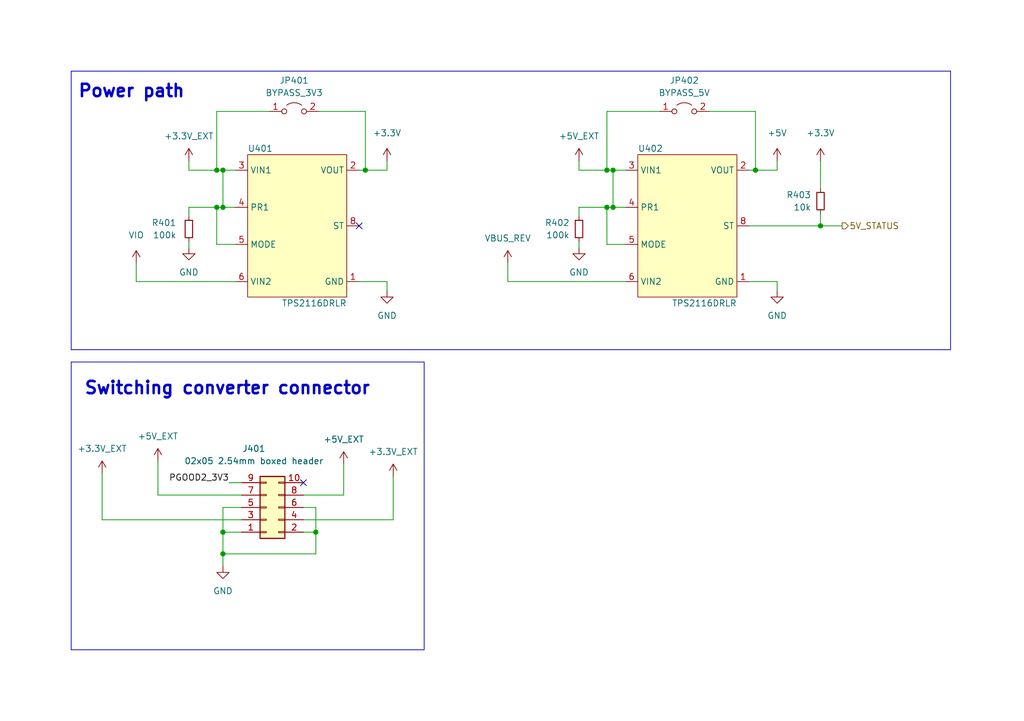
<source format=kicad_sch>
(kicad_sch (version 20230121) (generator eeschema)
  (paper "A5")
  (title_block (title "External Connectors and Power Path") (company "EPFL Xplore") (comment 2 "Author: Vincent Nguyen"))
  (lib_symbols
    (symbol "0_mux:TPS2116DRLR"
      (property "Reference" "U" (at 0 -2.54 0))
      (property "Value" "TPS2116DRLR" (at 0 0 0))
      (symbol "TPS2116DRLR_0_1"
        (rectangle (start -9.525 14.605) (end 10.795 -14.605) (fill (type background)))
      )
      (symbol "TPS2116DRLR_1_1"
        (pin power_in line (at 13.335 -11.43 180) (length 2.54) (name "GND") (number "1"))
        (pin passive line (at 13.335 11.43 180) (length 2.54) (name "VOUT") (number "2"))
        (pin power_in line (at -12.065 11.43 0) (length 2.54) (name "VIN1") (number "3"))
        (pin input line (at -12.065 3.81 0) (length 2.54) (name "PR1") (number "4"))
        (pin input line (at -12.065 -3.81 0) (length 2.54) (name "MODE") (number "5"))
        (pin power_in line (at -12.065 -11.43 0) (length 2.54) (name "VIN2") (number "6"))
        (pin passive line (at 13.335 11.43 180) (length 2.54) hide (name "VOUT") (number "7"))
        (pin open_collector line (at 13.335 0 180) (length 2.54) (name "ST") (number "8"))
      )
    )
    (symbol "0_power_symbols:+3.3V_EXT" (power) (pin_numbers hide) (in_bom no) (on_board no)
      (property "Value" "+3.3V_EXT" (at 0 3.81 0))
      (symbol "+3.3V_EXT_0_1"
        (polyline (pts (xy 0 0) (xy 0 2.54)))
        (polyline (pts (xy 0 2.54) (xy -0.762 1.27)))
        (polyline (pts (xy 0 2.54) (xy 0.762 1.27)))
      )
      (symbol "+3.3V_EXT_1_1"
        (pin power_in line (at 0 0 90) (length 0) hide (name "+3.3V_EXT") (number "1"))
      )
    )
    (symbol "0_power_symbols:+5V_EXT" (power) (pin_numbers hide) (in_bom no) (on_board no)
      (property "Value" "+5V_EXT" (at 0 3.81 0))
      (symbol "+5V_EXT_0_1"
        (polyline (pts (xy 0 0) (xy 0 2.54)))
        (polyline (pts (xy 0 2.54) (xy -0.762 1.27)))
        (polyline (pts (xy 0 2.54) (xy 0.762 1.27)))
      )
      (symbol "+5V_EXT_1_1"
        (pin power_in line (at 0 0 90) (length 0) hide (name "+5V_EXT") (number "1"))
      )
    )
    (symbol "0_power_symbols:VBUS_REV" (power) (pin_numbers hide) (in_bom no) (on_board no)
      (property "Value" "VBUS_REV" (at 0 3.81 0))
      (symbol "VBUS_REV_0_1"
        (polyline (pts (xy 0 0) (xy 0 2.54)))
        (polyline (pts (xy 0 2.54) (xy -0.762 1.27)))
        (polyline (pts (xy 0 2.54) (xy 0.762 1.27)))
      )
      (symbol "VBUS_REV_1_1"
        (pin power_in line (at 0 0 90) (length 0) hide (name "VBUS_REV") (number "1"))
      )
    )
    (symbol "0_power_symbols:VIO" (power) (pin_numbers hide) (in_bom no) (on_board no)
      (property "Value" "VIO" (at 0 3.81 0))
      (symbol "VIO_0_1"
        (polyline (pts (xy 0 0) (xy 0 2.54)))
        (polyline (pts (xy 0 2.54) (xy -0.762 1.27)))
        (polyline (pts (xy 0 2.54) (xy 0.762 1.27)))
      )
      (symbol "VIO_1_1"
        (pin power_in line (at 0 0 90) (length 0) hide (name "VIO") (number "1"))
      )
    )
    (symbol "Connector_Generic:Conn_02x05_Odd_Even" (pin_names (offset 1.016) hide)
      (property "Reference" "J" (at 1.27 7.62 0))
      (property "Value" "Conn_02x05_Odd_Even" (at 1.27 -7.62 0))
      (symbol "Conn_02x05_Odd_Even_1_1"
        (rectangle (start -1.27 -4.953) (end 0 -5.207) (stroke (width 0.1524)))
        (rectangle (start -1.27 -2.413) (end 0 -2.667) (stroke (width 0.1524)))
        (rectangle (start -1.27 0.127) (end 0 -0.127) (stroke (width 0.1524)))
        (rectangle (start -1.27 2.667) (end 0 2.413) (stroke (width 0.1524)))
        (rectangle (start -1.27 5.207) (end 0 4.953) (stroke (width 0.1524)))
        (rectangle (start -1.27 6.35) (end 3.81 -6.35) (stroke (width 0.254)) (fill (type background)))
        (rectangle (start 3.81 -4.953) (end 2.54 -5.207) (stroke (width 0.1524)))
        (rectangle (start 3.81 -2.413) (end 2.54 -2.667) (stroke (width 0.1524)))
        (rectangle (start 3.81 0.127) (end 2.54 -0.127) (stroke (width 0.1524)))
        (rectangle (start 3.81 2.667) (end 2.54 2.413) (stroke (width 0.1524)))
        (rectangle (start 3.81 5.207) (end 2.54 4.953) (stroke (width 0.1524)))
        (pin passive line (at -5.08 5.08 0) (length 3.81) (name "Pin_1") (number "1"))
        (pin passive line (at 7.62 -5.08 180) (length 3.81) (name "Pin_10") (number "10"))
        (pin passive line (at 7.62 5.08 180) (length 3.81) (name "Pin_2") (number "2"))
        (pin passive line (at -5.08 2.54 0) (length 3.81) (name "Pin_3") (number "3"))
        (pin passive line (at 7.62 2.54 180) (length 3.81) (name "Pin_4") (number "4"))
        (pin passive line (at -5.08 0 0) (length 3.81) (name "Pin_5") (number "5"))
        (pin passive line (at 7.62 0 180) (length 3.81) (name "Pin_6") (number "6"))
        (pin passive line (at -5.08 -2.54 0) (length 3.81) (name "Pin_7") (number "7"))
        (pin passive line (at 7.62 -2.54 180) (length 3.81) (name "Pin_8") (number "8"))
        (pin passive line (at -5.08 -5.08 0) (length 3.81) (name "Pin_9") (number "9"))
      )
    )
    (symbol "Device:R_Small" (pin_numbers hide) (pin_names (offset 0.254) hide)
      (property "Reference" "R" (at 0.762 0.508 0))
      (property "Value" "R_Small" (at 0.762 -1.016 0))
      (symbol "R_Small_0_1"
        (rectangle (start -0.762 1.778) (end 0.762 -1.778) (stroke (width 0.2032)))
      )
      (symbol "R_Small_1_1"
        (pin passive line (at 0 2.54 270) (length 0.762) (name "~") (number "1"))
        (pin passive line (at 0 -2.54 90) (length 0.762) (name "~") (number "2"))
      )
    )
    (symbol "Jumper:Jumper_2_Open" (pin_names (offset 0) hide)
      (property "Reference" "JP" (at 0 2.794 0))
      (property "Value" "Jumper_2_Open" (at 0 -2.286 0))
      (symbol "Jumper_2_Open_0_0"
        (circle (center -2.032 0) (radius 0.508))
        (circle (center 2.032 0) (radius 0.508))
      )
      (symbol "Jumper_2_Open_0_1"
        (arc (start 1.524 1.27) (mid 0 1.778) (end -1.524 1.27))
      )
      (symbol "Jumper_2_Open_1_1"
        (pin passive line (at -5.08 0 0) (length 2.54) (name "A") (number "1"))
        (pin passive line (at 5.08 0 180) (length 2.54) (name "B") (number "2"))
      )
    )
    (symbol "TPS2116DRLR_1"
      (property "Reference" "U" (at 0 -2.54 0))
      (property "Value" "TPS2116DRLR_1" (at 0 0 0))
      (symbol "TPS2116DRLR_1_0_1"
        (rectangle (start -9.525 14.605) (end 10.795 -14.605) (fill (type background)))
      )
      (symbol "TPS2116DRLR_1_1_1"
        (pin power_in line (at 13.335 -11.43 180) (length 2.54) (name "GND") (number "1"))
        (pin passive line (at 13.335 11.43 180) (length 2.54) (name "VOUT") (number "2"))
        (pin power_in line (at -12.065 11.43 0) (length 2.54) (name "VIN1") (number "3"))
        (pin input line (at -12.065 3.81 0) (length 2.54) (name "PR1") (number "4"))
        (pin input line (at -12.065 -3.81 0) (length 2.54) (name "MODE") (number "5"))
        (pin power_in line (at -12.065 -11.43 0) (length 2.54) (name "VIN2") (number "6"))
        (pin passive line (at 13.335 11.43 180) (length 2.54) hide (name "VOUT") (number "7"))
        (pin open_collector line (at 13.335 0 180) (length 2.54) (name "ST") (number "8"))
      )
    )
    (symbol "power:+3.3V" (power) (pin_names (offset 0))
      (property "Value" "+3.3V" (at 0 3.556 0))
      (symbol "+3.3V_0_1"
        (polyline (pts (xy -0.762 1.27) (xy 0 2.54)))
        (polyline (pts (xy 0 0) (xy 0 2.54)))
        (polyline (pts (xy 0 2.54) (xy 0.762 1.27)))
      )
      (symbol "+3.3V_1_1"
        (pin power_in line (at 0 0 90) (length 0) hide (name "+3.3V") (number "1"))
      )
    )
    (symbol "power:+5V" (power) (pin_names (offset 0))
      (property "Value" "+5V" (at 0 3.556 0))
      (symbol "+5V_0_1"
        (polyline (pts (xy -0.762 1.27) (xy 0 2.54)))
        (polyline (pts (xy 0 0) (xy 0 2.54)))
        (polyline (pts (xy 0 2.54) (xy 0.762 1.27)))
      )
      (symbol "+5V_1_1"
        (pin power_in line (at 0 0 90) (length 0) hide (name "+5V") (number "1"))
      )
    )
    (symbol "power:GND" (power) (pin_names (offset 0))
      (property "Value" "GND" (at 0 -3.81 0))
      (symbol "GND_0_1"
        (polyline (pts (xy 0 0) (xy 0 -1.27) (xy 1.27 -1.27) (xy 0 -2.54) (xy -1.27 -1.27) (xy 0 -1.27)))
      )
      (symbol "GND_1_1"
        (pin power_in line (at 0 0 270) (length 0) hide (name "GND") (number "1"))
      )
    )
  )
  (junction (at 64.77 109.22))
  (junction (at 45.72 34.925))
  (junction (at 154.94 34.925))
  (junction (at 44.45 34.925))
  (junction (at 124.46 34.925))
  (junction (at 45.72 113.665))
  (junction (at 44.45 42.545))
  (junction (at 125.73 42.545))
  (junction (at 168.275 46.355))
  (junction (at 124.46 42.545))
  (junction (at 74.93 34.925))
  (junction (at 45.72 42.545))
  (junction (at 125.73 34.925))
  (junction (at 45.72 109.22))
  (no_connect (at 62.23 99.06))
  (no_connect (at 73.66 46.355))
  (wire (pts (xy 79.375 57.785) (xy 73.66 57.785)))
  (wire (pts (xy 104.14 57.785) (xy 128.27 57.785)))
  (wire (pts (xy 38.735 44.45) (xy 38.735 42.545)))
  (wire (pts (xy 80.645 97.79) (xy 80.645 106.68)))
  (wire (pts (xy 45.72 109.22) (xy 45.72 113.665)))
  (wire (pts (xy 45.72 104.14) (xy 49.53 104.14)))
  (wire (pts (xy 79.375 33.02) (xy 79.375 34.925)))
  (wire (pts (xy 45.72 34.925) (xy 45.72 42.545)))
  (wire (pts (xy 20.955 106.68) (xy 49.53 106.68)))
  (wire (pts (xy 168.275 33.02) (xy 168.275 38.735)))
  (wire (pts (xy 168.275 43.815) (xy 168.275 46.355)))
  (wire (pts (xy 124.46 22.86) (xy 124.46 34.925)))
  (wire (pts (xy 145.415 22.86) (xy 154.94 22.86)))
  (wire (pts (xy 154.94 34.925) (xy 153.67 34.925)))
  (wire (pts (xy 55.245 22.86) (xy 44.45 22.86)))
  (wire (pts (xy 27.94 57.785) (xy 48.26 57.785)))
  (wire (pts (xy 125.73 42.545) (xy 128.27 42.545)))
  (wire (pts (xy 38.735 33.02) (xy 38.735 34.925)))
  (wire (pts (xy 70.485 95.25) (xy 70.485 101.6)))
  (wire (pts (xy 159.385 34.925) (xy 154.94 34.925)))
  (wire (pts (xy 118.745 44.45) (xy 118.745 42.545)))
  (wire (pts (xy 125.73 34.925) (xy 128.27 34.925)))
  (wire (pts (xy 64.77 104.14) (xy 62.23 104.14)))
  (wire (pts (xy 46.99 99.06) (xy 49.53 99.06)))
  (polyline (pts (xy 14.605 71.755) (xy 194.945 71.755)))
  (wire (pts (xy 62.23 109.22) (xy 64.77 109.22)))
  (wire (pts (xy 44.45 34.925) (xy 45.72 34.925)))
  (wire (pts (xy 64.77 113.665) (xy 45.72 113.665)))
  (wire (pts (xy 70.485 101.6) (xy 62.23 101.6)))
  (wire (pts (xy 118.745 49.53) (xy 118.745 50.8)))
  (wire (pts (xy 124.46 34.925) (xy 125.73 34.925)))
  (wire (pts (xy 159.385 33.02) (xy 159.385 34.925)))
  (wire (pts (xy 159.385 59.69) (xy 159.385 57.785)))
  (wire (pts (xy 125.73 34.925) (xy 125.73 42.545)))
  (wire (pts (xy 44.45 42.545) (xy 44.45 50.165)))
  (wire (pts (xy 45.72 34.925) (xy 48.26 34.925)))
  (polyline (pts (xy 86.995 133.35) (xy 14.605 133.35)))
  (wire (pts (xy 20.955 97.155) (xy 20.955 106.68)))
  (wire (pts (xy 118.745 42.545) (xy 124.46 42.545)))
  (wire (pts (xy 64.77 109.22) (xy 64.77 113.665)))
  (wire (pts (xy 79.375 59.69) (xy 79.375 57.785)))
  (wire (pts (xy 65.405 22.86) (xy 74.93 22.86)))
  (wire (pts (xy 135.255 22.86) (xy 124.46 22.86)))
  (wire (pts (xy 118.745 33.02) (xy 118.745 34.925)))
  (wire (pts (xy 64.77 109.22) (xy 64.77 104.14)))
  (wire (pts (xy 154.94 22.86) (xy 154.94 34.925)))
  (polyline (pts (xy 194.945 14.605) (xy 14.605 14.605)))
  (wire (pts (xy 159.385 57.785) (xy 153.67 57.785)))
  (wire (pts (xy 38.735 49.53) (xy 38.735 50.8)))
  (wire (pts (xy 124.46 42.545) (xy 125.73 42.545)))
  (polyline (pts (xy 14.605 14.605) (xy 14.605 71.755)))
  (wire (pts (xy 118.745 34.925) (xy 124.46 34.925)))
  (polyline (pts (xy 14.605 74.295) (xy 86.995 74.295)))
  (polyline (pts (xy 86.995 74.295) (xy 86.995 133.35)))
  (wire (pts (xy 104.14 53.975) (xy 104.14 57.785)))
  (wire (pts (xy 168.275 46.355) (xy 172.72 46.355)))
  (wire (pts (xy 74.93 22.86) (xy 74.93 34.925)))
  (wire (pts (xy 45.72 109.22) (xy 45.72 104.14)))
  (wire (pts (xy 74.93 34.925) (xy 73.66 34.925)))
  (wire (pts (xy 124.46 42.545) (xy 124.46 50.165)))
  (wire (pts (xy 44.45 42.545) (xy 45.72 42.545)))
  (wire (pts (xy 44.45 50.165) (xy 48.26 50.165)))
  (wire (pts (xy 32.385 101.6) (xy 49.53 101.6)))
  (polyline (pts (xy 194.945 71.755) (xy 194.945 14.605)))
  (wire (pts (xy 38.735 34.925) (xy 44.45 34.925)))
  (wire (pts (xy 27.94 53.975) (xy 27.94 57.785)))
  (wire (pts (xy 32.385 94.615) (xy 32.385 101.6)))
  (wire (pts (xy 45.72 109.22) (xy 49.53 109.22)))
  (wire (pts (xy 80.645 106.68) (xy 62.23 106.68)))
  (polyline (pts (xy 14.605 74.295) (xy 14.605 133.35)))
  (wire (pts (xy 44.45 22.86) (xy 44.45 34.925)))
  (wire (pts (xy 45.72 116.205) (xy 45.72 113.665)))
  (wire (pts (xy 38.735 42.545) (xy 44.45 42.545)))
  (wire (pts (xy 79.375 34.925) (xy 74.93 34.925)))
  (wire (pts (xy 168.275 46.355) (xy 153.67 46.355)))
  (wire (pts (xy 45.72 42.545) (xy 48.26 42.545)))
  (wire (pts (xy 124.46 50.165) (xy 128.27 50.165)))
  (text "Switching converter connector" (at 17.145 81.28 0) (effects (font (size 2.54 2.54) bold) (justify left bottom)))
  (text "Power path" (at 15.875 20.32 0) (effects (font (size 2.54 2.54) bold) (justify left bottom)))
  (label "PGOOD2_3V3" (at 46.99 99.06 180))
  (hierarchical_label "5V_STATUS" (shape output) (at 172.72 46.355 0))
  (symbol (lib_id "power:+3.3V") (at 168.275 33.02 0) (unit 1)
    (property "Reference" "#PWR0411" (effects hide))
    (property "Value" "+3.3V" (at 168.275 27.305 0))
  )
  (symbol (lib_id "power:+3.3V") (at 79.375 33.02 0) (unit 1)
    (property "Reference" "#PWR0408" (effects hide))
    (property "Value" "+3.3V" (at 79.375 27.305 0))
  )
  (symbol (lib_id "Device:R_Small") (at 168.275 41.275 0) (mirror x) (unit 1)
    (property "Reference" "R403" (at 166.37 40.0049 0) (effects (justify right)))
    (property "Value" "10k" (at 166.37 42.5449 0) (effects (justify right)))
    (property "Footprint" "Resistor_SMD:R_0603_1608Metric" (effects hide))
  )
  (symbol (lib_id "Jumper:Jumper_2_Open") (at 140.335 22.86 0) (unit 1) (in_bom no)
    (property "Reference" "JP402" (at 140.335 16.51 0))
    (property "Value" "BYPASS_5V" (at 140.335 19.05 0))
    (property "Footprint" "0_various:Jumper_wide" (effects hide))
  )
  (symbol (lib_id "0_power_symbols:+3.3V_EXT") (at 80.645 97.79 0) (unit 1) (in_bom no) (on_board no)
    (property "Reference" "#PWR0410" (effects hide))
    (property "Value" "+3.3V_EXT" (at 80.645 92.71 0))
  )
  (symbol (lib_id "0_power_symbols:+3.3V_EXT") (at 20.955 97.155 0) (unit 1) (in_bom no) (on_board no)
    (property "Reference" "#PWR0401" (effects hide))
    (property "Value" "+3.3V_EXT" (at 20.955 92.075 0))
  )
  (symbol (lib_id "0_power_symbols:+3.3V_EXT") (at 38.735 33.02 0) (unit 1) (in_bom no) (on_board no)
    (property "Reference" "#PWR0404" (effects hide))
    (property "Value" "+3.3V_EXT" (at 38.735 27.94 0))
  )
  (symbol (lib_id "power:GND") (at 159.385 59.69 0) (unit 1)
    (property "Reference" "#PWR0416" (effects hide))
    (property "Value" "GND" (at 159.385 64.77 0))
  )
  (symbol (lib_id "Connector_Generic:Conn_02x05_Odd_Even") (at 54.61 104.14 0) (mirror x) (unit 1)
    (property "Reference" "J401" (at 52.07 92.075 0))
    (property "Value" "02x05 2.54mm boxed header" (at 52.07 94.615 0))
    (property "Footprint" "0_connectors:302-S101" (effects hide))
    (property "Datasheet" "http://www.on-shore.com/wp-content/uploads/2018/04/302-SXX1.pdf" (effects hide))
    (property "Manufacturer ref" "302-S101" (effects hide))
    (property "Digikey ref" "ED1543-ND" (effects hide))
  )
  (symbol (lib_id "0_mux:TPS2116DRLR") (at 140.335 46.355 0) (unit 1)
    (property "Reference" "U402" (at 130.81 30.48 0) (effects (justify left)))
    (property "Value" "TPS2116DRLR" (at 151.13 62.23 0) (effects (justify right)))
    (property "Footprint" "0_mux:TPS2116DRLR" (effects hide))
    (property "Datasheet" "https://www.ti.com/lit/ds/symlink/tps2116.pdf?HQS=dis-mous-null-mousermode-dsf-pf-null-wwe&ts=1667098762841&ref_url=https%253A%252F%252Feu.mouser.com%252F" (effects hide))
    (property "Manufacturer ref" "TPS2116DRLR" (effects hide))
    (property "Mouser ref" "595-TPS2116DRLR" (effects hide))
  )
  (symbol (lib_id "Device:R_Small") (at 118.745 46.99 0) (mirror x) (unit 1)
    (property "Reference" "R402" (at 116.84 45.7199 0) (effects (justify right)))
    (property "Value" "100k" (at 116.84 48.2599 0) (effects (justify right)))
    (property "Footprint" "Resistor_SMD:R_0603_1608Metric" (effects hide))
  )
  (symbol (lib_id "0_power_symbols:VBUS_REV") (at 104.14 53.975 0) (unit 1) (in_bom no) (on_board no)
    (property "Reference" "#PWR0412" (effects hide))
    (property "Value" "VBUS_REV" (at 104.14 48.895 0))
  )
  (symbol (lib_id "Device:R_Small") (at 38.735 46.99 0) (mirror x) (unit 1)
    (property "Reference" "R401" (at 36.195 45.7199 0) (effects (justify right)))
    (property "Value" "100k" (at 36.195 48.2599 0) (effects (justify right)))
    (property "Footprint" "Resistor_SMD:R_0603_1608Metric" (effects hide))
  )
  (symbol (lib_id "power:GND") (at 118.745 50.8 0) (unit 1)
    (property "Reference" "#PWR0414" (effects hide))
    (property "Value" "GND" (at 118.745 55.88 0))
  )
  (symbol (lib_id "power:+5V") (at 159.385 33.02 0) (unit 1)
    (property "Reference" "#PWR0415" (effects hide))
    (property "Value" "+5V" (at 159.385 27.305 0))
  )
  (symbol (lib_id "0_power_symbols:+5V_EXT") (at 118.745 33.02 0) (unit 1) (in_bom no) (on_board no)
    (property "Reference" "#PWR0413" (effects hide))
    (property "Value" "+5V_EXT" (at 118.745 27.94 0))
  )
  (symbol (lib_id "0_power_symbols:+5V_EXT") (at 70.485 95.25 0) (unit 1) (in_bom no) (on_board no)
    (property "Reference" "#PWR0407" (effects hide))
    (property "Value" "+5V_EXT" (at 70.485 90.17 0))
  )
  (symbol (lib_id "power:GND") (at 45.72 116.205 0) (unit 1)
    (property "Reference" "#PWR0406" (effects hide))
    (property "Value" "GND" (at 45.72 121.285 0))
  )
  (symbol (lib_id "power:GND") (at 79.375 59.69 0) (unit 1)
    (property "Reference" "#PWR0409" (effects hide))
    (property "Value" "GND" (at 79.375 64.77 0))
  )
  (symbol (lib_id "power:GND") (at 38.735 50.8 0) (unit 1)
    (property "Reference" "#PWR0405" (effects hide))
    (property "Value" "GND" (at 38.735 55.88 0))
  )
  (symbol (lib_id "0_power_symbols:VIO") (at 27.94 53.975 0) (unit 1) (in_bom no) (on_board no)
    (property "Reference" "#PWR0402" (effects hide))
    (property "Value" "VIO" (at 27.94 48.26 0))
  )
  (symbol (lib_id "Jumper:Jumper_2_Open") (at 60.325 22.86 0) (unit 1) (in_bom no)
    (property "Reference" "JP401" (at 60.325 16.51 0))
    (property "Value" "BYPASS_3V3" (at 60.325 19.05 0))
    (property "Footprint" "0_various:Jumper_wide" (effects hide))
  )
  (symbol (lib_id "0_power_symbols:+5V_EXT") (at 32.385 94.615 0) (unit 1) (in_bom no) (on_board no)
    (property "Reference" "#PWR0403" (effects hide))
    (property "Value" "+5V_EXT" (at 32.385 89.535 0))
  )
  (symbol (lib_name "TPS2116DRLR_1") (lib_id "0_mux:TPS2116DRLR") (at 60.325 46.355 0) (unit 1)
    (property "Reference" "U401" (at 50.8 30.48 0) (effects (justify left)))
    (property "Value" "TPS2116DRLR" (at 71.12 62.23 0) (effects (justify right)))
    (property "Footprint" "0_mux:TPS2116DRLR" (effects hide))
    (property "Datasheet" "https://www.ti.com/lit/ds/symlink/tps2116.pdf?HQS=dis-mous-null-mousermode-dsf-pf-null-wwe&ts=1667098762841&ref_url=https%253A%252F%252Feu.mouser.com%252F" (effects hide))
    (property "Manufacturer ref" "TPS2116DRLR" (effects hide))
    (property "Mouser ref" "595-TPS2116DRLR" (effects hide))
  )
)
</source>
